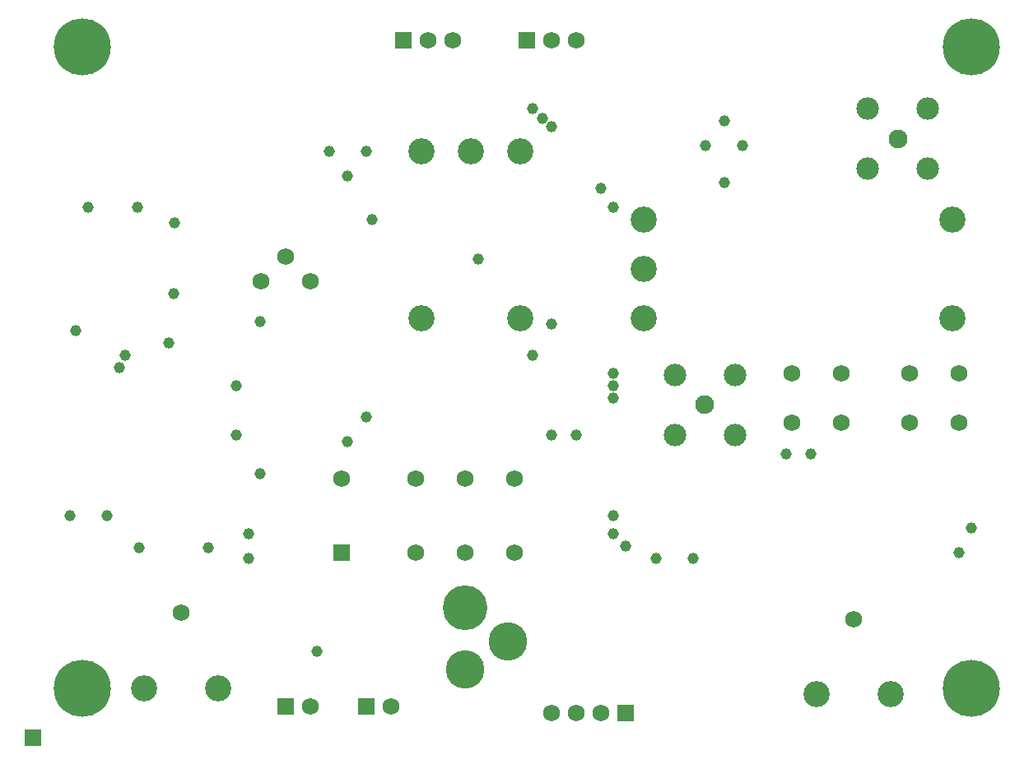
<source format=gbs>
G04 Format statement*
%FSLAX23Y23*%
%MOIN*%
G04 Apeture information*
%ADD10C,.003*%
%ADD11C,.005*%
%ADD12C,.001*%
%ADD13C,.008*%
%ADD14R,.062X.062*%
%ADD15R,.068X.068*%
%ADD16C,.062*%
%ADD17C,.068*%
%ADD18O,.125X.050*%
%ADD19O,.131X.056*%
%ADD20C,.056*%
%ADD21R,.040X.045*%
%ADD22R,.046X.051*%
%ADD23R,.046X.046*%
%ADD24C,.010*%
%ADD25R,.045X.040*%
%ADD26R,.051X.046*%
%ADD27R,.030X.030*%
%ADD28R,.036X.036*%
%ADD29R,.110X.090*%
%ADD30R,.116X.096*%
%ADD31R,.096X.096*%
%ADD32R,.090X.110*%
%ADD33R,.096X.116*%
%ADD34R,.040X.200*%
%ADD35R,.046X.206*%
%ADD36R,.040X.060*%
%ADD37R,.046X.066*%
%ADD38O,.080X.150*%
%ADD39O,.086X.156*%
%ADD40C,.086*%
%ADD41R,.100X.100*%
%ADD42R,.106X.106*%
%ADD43R,.140X.090*%
%ADD44R,.146X.096*%
%ADD45O,.050X.125*%
%ADD46O,.056X.131*%
%ADD47C,.085*%
%ADD48C,.091*%
%ADD49C,.070*%
%ADD50C,.076*%
%ADD51R,.420X.355*%
%ADD52R,.426X.361*%
%ADD53R,.361X.361*%
%ADD54R,.050X.135*%
%ADD55R,.056X.141*%
%ADD56R,.056X.056*%
%ADD57C,.175*%
%ADD58C,.181*%
%ADD59C,.150*%
%ADD60C,.156*%
%AMTHERM150*7,0,0,.170,.150,.050,0*%
%ADD61THERM150*%
%ADD62C,.100*%
%ADD63C,.106*%
%ADD64C,.075*%
%ADD65C,.030*%
%ADD66C,.050*%
%ADD67C,.012*%
%ADD68C,.040*%
%ADD69C,.046*%
%ADD70C,.225*%
%ADD71C,.231*%
%ADD72C,.006*%
G04 End of apeture information*
D15*
D03*D02*D02*X2000Y2825*D03*
D17*
D02*X2100Y2825*D03*
D02*X2200Y2825*D03*
D15*
D02*X1500Y2825*D03*
D17*
D02*X1600Y2825*D03*
D02*X1700Y2825*D03*
D02*X1125Y125*D03*
D15*
D02*X1025Y125*D03*
D17*
D02*X1450Y125*D03*
D15*
D02*X1350Y125*D03*
D02*X2400Y100*D03*
D17*
D02*X2300Y100*D03*
D02*X2200Y100*D03*
D02*X2100Y100*D03*
D02*X3275Y1275*D03*
D02*X3075Y1275*D03*
D02*X3075Y1475*D03*
D02*X3275Y1475*D03*
D02*X3750Y1275*D03*
D02*X3550Y1275*D03*
D02*X3550Y1475*D03*
D02*X3750Y1475*D03*
D48*
D02*X2600Y1225*D03*
D02*X2845Y1225*D03*
D02*X2845Y1470*D03*
D02*X2600Y1470*D03*
D50*
D02*X2722Y1348*D03*
D48*
D02*X3625Y2550*D03*
D02*X3380Y2550*D03*
D02*X3380Y2305*D03*
D02*X3625Y2305*D03*
D50*
D02*X3503Y2427*D03*
D17*
D02*X925Y1850*D03*
D02*X1025Y1950*D03*
D02*X1125Y1850*D03*
D02*X1250Y1050*D03*
D02*X1550Y1050*D03*
D02*X1750Y1050*D03*
D02*X1950Y1050*D03*
D02*X1950Y750*D03*
D02*X1750Y750*D03*
D02*X1550Y750*D03*
D15*
D02*X1250Y750*D03*
D58*
D02*X1750Y525*D03*
D60*
D02*X1925Y390*D03*
D02*X1750Y275*D03*
D17*
D02*X600Y505*D03*
D63*
D02*X750Y200*D03*
D02*X450Y200*D03*
D17*
D02*X3325Y480*D03*
D63*
D02*X3475Y175*D03*
D02*X3175Y175*D03*
D02*X1775Y2375*D03*
D02*X1975Y2375*D03*
D02*X1575Y2375*D03*
D02*X1575Y1700*D03*
D02*X1975Y1700*D03*
D02*X2475Y1900*D03*
D02*X2475Y2100*D03*
D02*X2475Y1700*D03*
D02*X3725Y1700*D03*
D02*X3725Y2100*D03*
D69*
D02*X150Y900*D03*
D02*X300Y900*D03*
D02*X175Y1650*D03*
D02*X225Y2150*D03*
D02*X430Y770*D03*
D02*X570Y1800*D03*
D02*X575Y2085*D03*
D02*X375Y1550*D03*
D02*X350Y1500*D03*
D02*X425Y2150*D03*
D02*X550Y1600*D03*
D02*X710Y770*D03*
D02*X920Y1685*D03*
D02*X920Y1070*D03*
D02*X875Y825*D03*
D02*X875Y725*D03*
D02*X825Y1225*D03*
D02*X825Y1425*D03*
D02*X1150Y350*D03*
D02*X1200Y2375*D03*
D02*X1275Y2275*D03*
D02*X1275Y1200*D03*
D02*X1350Y2375*D03*
D02*X1375Y2100*D03*
D02*X1350Y1300*D03*
D02*X1805Y1940*D03*
D02*X2025Y1550*D03*
D02*X2100Y1675*D03*
D02*X2100Y1225*D03*
D02*X2200Y1225*D03*
D02*X2025Y2550*D03*
D02*X2100Y2475*D03*
D02*X2065Y2510*D03*
D02*X2350Y1475*D03*
D02*X2350Y1425*D03*
D02*X2350Y1375*D03*
D02*X2400Y775*D03*
D02*X2350Y900*D03*
D02*X2350Y825*D03*
D02*X2350Y2150*D03*
D02*X2300Y2225*D03*
D02*X2525Y725*D03*
D02*X2800Y2250*D03*
D02*X2725Y2400*D03*
D02*X2875Y2400*D03*
D02*X2800Y2500*D03*
D02*X2675Y725*D03*
D02*X3050Y1150*D03*
D02*X3150Y1150*D03*
D02*X3800Y850*D03*
D02*X3750Y750*D03*
D71*
D02*X200Y2800*D03*
D02*X3800Y2800*D03*
D02*X3800Y200*D03*
D02*X200Y200*D03*
M02*

</source>
